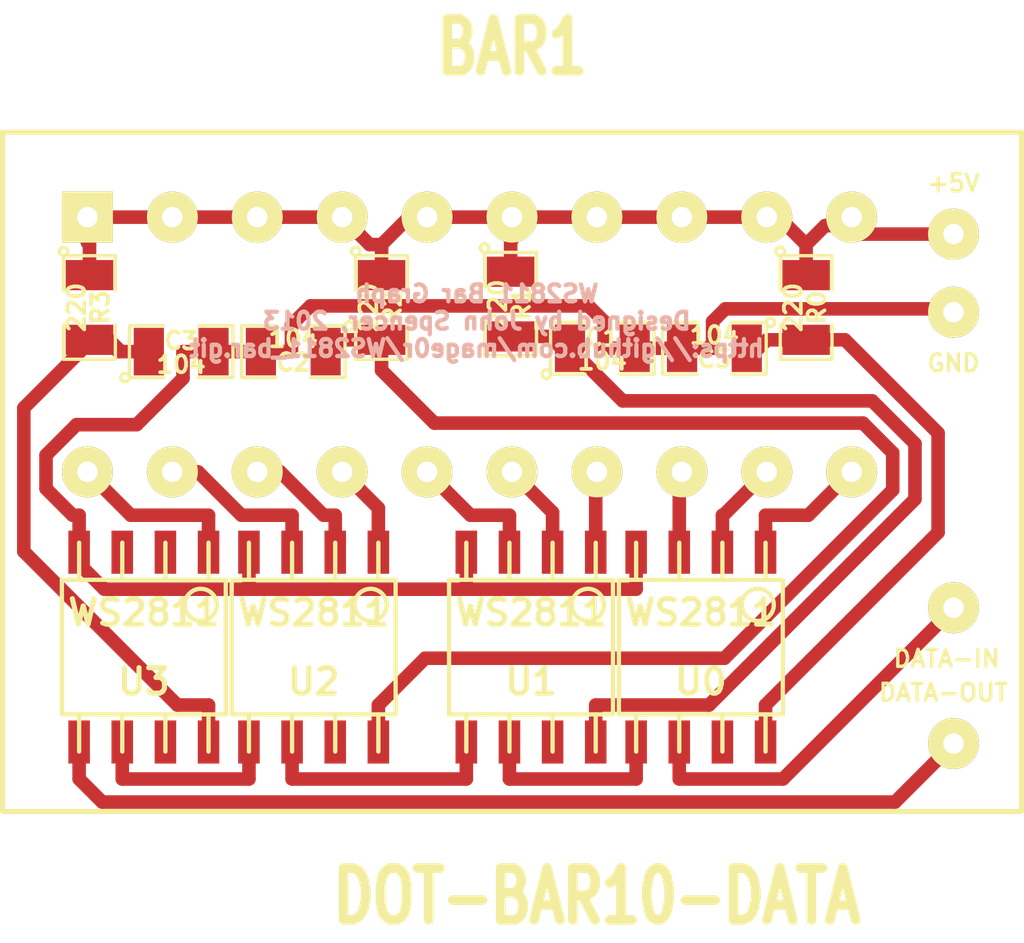
<source format=kicad_pcb>
(kicad_pcb (version 3) (host pcbnew "(2013-07-07 BZR 4022)-stable")

  (general
    (links 45)
    (no_connects 0)
    (area 83.810999 39.6716 114.469001 66.998875)
    (thickness 1.6)
    (drawings 1)
    (tracks 145)
    (zones 0)
    (modules 13)
    (nets 22)
  )

  (page A4)
  (title_block 
    (title "10 Pin Bar graph")
    (rev 1.0)
    (company "John Spencer")
  )

  (layers
    (15 F.Cu signal)
    (0 B.Cu signal)
    (16 B.Adhes user)
    (17 F.Adhes user)
    (18 B.Paste user)
    (19 F.Paste user)
    (20 B.SilkS user)
    (21 F.SilkS user)
    (22 B.Mask user)
    (23 F.Mask user)
    (24 Dwgs.User user)
    (25 Cmts.User user)
    (26 Eco1.User user)
    (27 Eco2.User user)
    (28 Edge.Cuts user)
  )

  (setup
    (last_trace_width 0.4)
    (trace_clearance 0.254)
    (zone_clearance 0.508)
    (zone_45_only no)
    (trace_min 0.254)
    (segment_width 0.2)
    (edge_width 0.1)
    (via_size 0.889)
    (via_drill 0.635)
    (via_min_size 0.889)
    (via_min_drill 0.508)
    (uvia_size 0.508)
    (uvia_drill 0.127)
    (uvias_allowed no)
    (uvia_min_size 0.508)
    (uvia_min_drill 0.127)
    (pcb_text_width 0.3)
    (pcb_text_size 1.5 1.5)
    (mod_edge_width 0.15)
    (mod_text_size 1 1)
    (mod_text_width 0.15)
    (pad_size 1.5 1.5)
    (pad_drill 0.6)
    (pad_to_mask_clearance 0)
    (aux_axis_origin 83.8 63.7)
    (visible_elements 7FFFFFFF)
    (pcbplotparams
      (layerselection 3178497)
      (usegerberextensions true)
      (excludeedgelayer true)
      (linewidth 0.150000)
      (plotframeref false)
      (viasonmask false)
      (mode 1)
      (useauxorigin false)
      (hpglpennumber 1)
      (hpglpenspeed 20)
      (hpglpendiameter 15)
      (hpglpenoverlay 2)
      (psnegative false)
      (psa4output false)
      (plotreference true)
      (plotvalue true)
      (plotothertext true)
      (plotinvisibletext false)
      (padsonsilk false)
      (subtractmaskfromsilk false)
      (outputformat 1)
      (mirror false)
      (drillshape 1)
      (scaleselection 1)
      (outputdirectory ""))
  )

  (net 0 "")
  (net 1 +5V)
  (net 2 GND)
  (net 3 N-000001)
  (net 4 N-0000010)
  (net 5 N-0000011)
  (net 6 N-0000012)
  (net 7 N-0000013)
  (net 8 N-0000014)
  (net 9 N-0000015)
  (net 10 N-0000017)
  (net 11 N-0000018)
  (net 12 N-0000020)
  (net 13 N-0000021)
  (net 14 N-0000022)
  (net 15 N-0000023)
  (net 16 N-0000025)
  (net 17 N-0000026)
  (net 18 N-000003)
  (net 19 N-000004)
  (net 20 N-000005)
  (net 21 N-000006)

  (net_class Default "This is the default net class."
    (clearance 0.254)
    (trace_width 0.4)
    (via_dia 0.889)
    (via_drill 0.635)
    (uvia_dia 0.508)
    (uvia_drill 0.127)
    (add_net "")
    (add_net +5V)
    (add_net GND)
    (add_net N-000001)
    (add_net N-0000010)
    (add_net N-0000011)
    (add_net N-0000012)
    (add_net N-0000013)
    (add_net N-0000014)
    (add_net N-0000015)
    (add_net N-0000017)
    (add_net N-0000018)
    (add_net N-0000020)
    (add_net N-0000021)
    (add_net N-0000022)
    (add_net N-0000023)
    (add_net N-0000025)
    (add_net N-0000026)
    (add_net N-000003)
    (add_net N-000004)
    (add_net N-000005)
    (add_net N-000006)
  )

  (module so-8 (layer F.Cu) (tedit 48A6C16E) (tstamp 52AD786E)
    (at 104.7 58.5 180)
    (descr SO-8)
    (path /52AD57E2)
    (attr smd)
    (fp_text reference U0 (at 0 -1.016 180) (layer F.SilkS)
      (effects (font (size 0.7493 0.7493) (thickness 0.14986)))
    )
    (fp_text value WS2811 (at 0 1.016 180) (layer F.SilkS)
      (effects (font (size 0.7493 0.7493) (thickness 0.14986)))
    )
    (fp_line (start -2.413 -1.9812) (end -2.413 1.9812) (layer F.SilkS) (width 0.127))
    (fp_line (start -2.413 1.9812) (end 2.413 1.9812) (layer F.SilkS) (width 0.127))
    (fp_line (start 2.413 1.9812) (end 2.413 -1.9812) (layer F.SilkS) (width 0.127))
    (fp_line (start 2.413 -1.9812) (end -2.413 -1.9812) (layer F.SilkS) (width 0.127))
    (fp_line (start -1.905 -1.9812) (end -1.905 -3.0734) (layer F.SilkS) (width 0.127))
    (fp_line (start -0.635 -1.9812) (end -0.635 -3.0734) (layer F.SilkS) (width 0.127))
    (fp_line (start 0.635 -1.9812) (end 0.635 -3.0734) (layer F.SilkS) (width 0.127))
    (fp_line (start 1.905 -3.0734) (end 1.905 -1.9812) (layer F.SilkS) (width 0.127))
    (fp_line (start 1.905 1.9812) (end 1.905 3.0734) (layer F.SilkS) (width 0.127))
    (fp_line (start 0.635 3.0734) (end 0.635 1.9812) (layer F.SilkS) (width 0.127))
    (fp_line (start -0.635 3.0734) (end -0.635 1.9812) (layer F.SilkS) (width 0.127))
    (fp_line (start -1.905 3.0734) (end -1.905 1.9812) (layer F.SilkS) (width 0.127))
    (fp_circle (center -1.6764 1.2446) (end -1.9558 1.6256) (layer F.SilkS) (width 0.127))
    (pad 1 smd rect (at -1.905 2.794 180) (size 0.635 1.27)
      (layers F.Cu F.Paste F.Mask)
      (net 13 N-0000021)
    )
    (pad 2 smd rect (at -0.635 2.794 180) (size 0.635 1.27)
      (layers F.Cu F.Paste F.Mask)
      (net 14 N-0000022)
    )
    (pad 3 smd rect (at 0.635 2.794 180) (size 0.635 1.27)
      (layers F.Cu F.Paste F.Mask)
      (net 15 N-0000023)
    )
    (pad 4 smd rect (at 1.905 2.794 180) (size 0.635 1.27)
      (layers F.Cu F.Paste F.Mask)
      (net 2 GND)
    )
    (pad 5 smd rect (at 1.905 -2.794 180) (size 0.635 1.27)
      (layers F.Cu F.Paste F.Mask)
      (net 18 N-000003)
    )
    (pad 6 smd rect (at 0.635 -2.794 180) (size 0.635 1.27)
      (layers F.Cu F.Paste F.Mask)
      (net 6 N-0000012)
    )
    (pad 7 smd rect (at -0.635 -2.794 180) (size 0.635 1.27)
      (layers F.Cu F.Paste F.Mask)
    )
    (pad 8 smd rect (at -1.905 -2.794 180) (size 0.635 1.27)
      (layers F.Cu F.Paste F.Mask)
      (net 16 N-0000025)
    )
    (model smd/smd_dil/so-8.wrl
      (at (xyz 0 0 0))
      (scale (xyz 1 1 1))
      (rotate (xyz 0 0 0))
    )
  )

  (module so-8 (layer F.Cu) (tedit 48A6C16E) (tstamp 52AD7887)
    (at 99.7 58.5 180)
    (descr SO-8)
    (path /52AD6818)
    (attr smd)
    (fp_text reference U1 (at 0 -1.016 180) (layer F.SilkS)
      (effects (font (size 0.7493 0.7493) (thickness 0.14986)))
    )
    (fp_text value WS2811 (at 0 1.016 180) (layer F.SilkS)
      (effects (font (size 0.7493 0.7493) (thickness 0.14986)))
    )
    (fp_line (start -2.413 -1.9812) (end -2.413 1.9812) (layer F.SilkS) (width 0.127))
    (fp_line (start -2.413 1.9812) (end 2.413 1.9812) (layer F.SilkS) (width 0.127))
    (fp_line (start 2.413 1.9812) (end 2.413 -1.9812) (layer F.SilkS) (width 0.127))
    (fp_line (start 2.413 -1.9812) (end -2.413 -1.9812) (layer F.SilkS) (width 0.127))
    (fp_line (start -1.905 -1.9812) (end -1.905 -3.0734) (layer F.SilkS) (width 0.127))
    (fp_line (start -0.635 -1.9812) (end -0.635 -3.0734) (layer F.SilkS) (width 0.127))
    (fp_line (start 0.635 -1.9812) (end 0.635 -3.0734) (layer F.SilkS) (width 0.127))
    (fp_line (start 1.905 -3.0734) (end 1.905 -1.9812) (layer F.SilkS) (width 0.127))
    (fp_line (start 1.905 1.9812) (end 1.905 3.0734) (layer F.SilkS) (width 0.127))
    (fp_line (start 0.635 3.0734) (end 0.635 1.9812) (layer F.SilkS) (width 0.127))
    (fp_line (start -0.635 3.0734) (end -0.635 1.9812) (layer F.SilkS) (width 0.127))
    (fp_line (start -1.905 3.0734) (end -1.905 1.9812) (layer F.SilkS) (width 0.127))
    (fp_circle (center -1.6764 1.2446) (end -1.9558 1.6256) (layer F.SilkS) (width 0.127))
    (pad 1 smd rect (at -1.905 2.794 180) (size 0.635 1.27)
      (layers F.Cu F.Paste F.Mask)
      (net 10 N-0000017)
    )
    (pad 2 smd rect (at -0.635 2.794 180) (size 0.635 1.27)
      (layers F.Cu F.Paste F.Mask)
      (net 17 N-0000026)
    )
    (pad 3 smd rect (at 0.635 2.794 180) (size 0.635 1.27)
      (layers F.Cu F.Paste F.Mask)
      (net 11 N-0000018)
    )
    (pad 4 smd rect (at 1.905 2.794 180) (size 0.635 1.27)
      (layers F.Cu F.Paste F.Mask)
      (net 2 GND)
    )
    (pad 5 smd rect (at 1.905 -2.794 180) (size 0.635 1.27)
      (layers F.Cu F.Paste F.Mask)
      (net 19 N-000004)
    )
    (pad 6 smd rect (at 0.635 -2.794 180) (size 0.635 1.27)
      (layers F.Cu F.Paste F.Mask)
      (net 18 N-000003)
    )
    (pad 7 smd rect (at -0.635 -2.794 180) (size 0.635 1.27)
      (layers F.Cu F.Paste F.Mask)
    )
    (pad 8 smd rect (at -1.905 -2.794 180) (size 0.635 1.27)
      (layers F.Cu F.Paste F.Mask)
      (net 12 N-0000020)
    )
    (model smd/smd_dil/so-8.wrl
      (at (xyz 0 0 0))
      (scale (xyz 1 1 1))
      (rotate (xyz 0 0 0))
    )
  )

  (module so-8 (layer F.Cu) (tedit 52AD79F3) (tstamp 52AD78A0)
    (at 93.3 58.5 180)
    (descr SO-8)
    (path /52AD6ADC)
    (attr smd)
    (fp_text reference U2 (at 0 -1.016 180) (layer F.SilkS)
      (effects (font (size 0.7493 0.7493) (thickness 0.14986)))
    )
    (fp_text value WS2811 (at 0 1.016 180) (layer F.SilkS)
      (effects (font (size 0.7493 0.7493) (thickness 0.14986)))
    )
    (fp_line (start -2.413 -1.9812) (end -2.413 1.9812) (layer F.SilkS) (width 0.127))
    (fp_line (start -2.413 1.9812) (end 2.413 1.9812) (layer F.SilkS) (width 0.127))
    (fp_line (start 2.413 1.9812) (end 2.413 -1.9812) (layer F.SilkS) (width 0.127))
    (fp_line (start 2.413 -1.9812) (end -2.413 -1.9812) (layer F.SilkS) (width 0.127))
    (fp_line (start -1.905 -1.9812) (end -1.905 -3.0734) (layer F.SilkS) (width 0.127))
    (fp_line (start -0.635 -1.9812) (end -0.635 -3.0734) (layer F.SilkS) (width 0.127))
    (fp_line (start 0.635 -1.9812) (end 0.635 -3.0734) (layer F.SilkS) (width 0.127))
    (fp_line (start 1.905 -3.0734) (end 1.905 -1.9812) (layer F.SilkS) (width 0.127))
    (fp_line (start 1.905 1.9812) (end 1.905 3.0734) (layer F.SilkS) (width 0.127))
    (fp_line (start 0.635 3.0734) (end 0.635 1.9812) (layer F.SilkS) (width 0.127))
    (fp_line (start -0.635 3.0734) (end -0.635 1.9812) (layer F.SilkS) (width 0.127))
    (fp_line (start -1.905 3.0734) (end -1.905 1.9812) (layer F.SilkS) (width 0.127))
    (fp_circle (center -1.6764 1.2446) (end -1.9558 1.6256) (layer F.SilkS) (width 0.127))
    (pad 1 smd rect (at -1.905 2.794 180) (size 0.635 1.27)
      (layers F.Cu F.Paste F.Mask)
      (net 8 N-0000014)
    )
    (pad 2 smd rect (at -0.635 2.794 180) (size 0.635 1.27)
      (layers F.Cu F.Paste F.Mask)
      (net 5 N-0000011)
    )
    (pad 3 smd rect (at 0.635 2.794 180) (size 0.635 1.27)
      (layers F.Cu F.Paste F.Mask)
      (net 7 N-0000013)
    )
    (pad 4 smd rect (at 1.905 2.794 180) (size 0.635 1.27)
      (layers F.Cu F.Paste F.Mask)
      (net 2 GND)
    )
    (pad 5 smd rect (at 1.905 -2.794 180) (size 0.635 1.27)
      (layers F.Cu F.Paste F.Mask)
      (net 20 N-000005)
    )
    (pad 6 smd rect (at 0.635 -2.794 180) (size 0.635 1.27)
      (layers F.Cu F.Paste F.Mask)
      (net 19 N-000004)
    )
    (pad 7 smd rect (at -0.635 -2.794 180) (size 0.635 1.27)
      (layers F.Cu F.Paste F.Mask)
    )
    (pad 8 smd rect (at -1.905 -2.794 180) (size 0.635 1.27)
      (layers F.Cu F.Paste F.Mask)
      (net 21 N-000006)
    )
    (model smd/smd_dil/so-8.wrl
      (at (xyz 0 0 0))
      (scale (xyz 1 1 1))
      (rotate (xyz 0 0 0))
    )
  )

  (module so-8 (layer F.Cu) (tedit 52AD7A0D) (tstamp 52AD78B9)
    (at 88.3 58.5 180)
    (descr SO-8)
    (path /52AD6C42)
    (attr smd)
    (fp_text reference U3 (at 0 -1.016 180) (layer F.SilkS)
      (effects (font (size 0.7493 0.7493) (thickness 0.14986)))
    )
    (fp_text value WS2811 (at 0 1.016 180) (layer F.SilkS)
      (effects (font (size 0.7493 0.7493) (thickness 0.14986)))
    )
    (fp_line (start -2.413 -1.9812) (end -2.413 1.9812) (layer F.SilkS) (width 0.127))
    (fp_line (start -2.413 1.9812) (end 2.413 1.9812) (layer F.SilkS) (width 0.127))
    (fp_line (start 2.413 1.9812) (end 2.413 -1.9812) (layer F.SilkS) (width 0.127))
    (fp_line (start 2.413 -1.9812) (end -2.413 -1.9812) (layer F.SilkS) (width 0.127))
    (fp_line (start -1.905 -1.9812) (end -1.905 -3.0734) (layer F.SilkS) (width 0.127))
    (fp_line (start -0.635 -1.9812) (end -0.635 -3.0734) (layer F.SilkS) (width 0.127))
    (fp_line (start 0.635 -1.9812) (end 0.635 -3.0734) (layer F.SilkS) (width 0.127))
    (fp_line (start 1.905 -3.0734) (end 1.905 -1.9812) (layer F.SilkS) (width 0.127))
    (fp_line (start 1.905 1.9812) (end 1.905 3.0734) (layer F.SilkS) (width 0.127))
    (fp_line (start 0.635 3.0734) (end 0.635 1.9812) (layer F.SilkS) (width 0.127))
    (fp_line (start -0.635 3.0734) (end -0.635 1.9812) (layer F.SilkS) (width 0.127))
    (fp_line (start -1.905 3.0734) (end -1.905 1.9812) (layer F.SilkS) (width 0.127))
    (fp_circle (center -1.6764 1.2446) (end -1.9558 1.6256) (layer F.SilkS) (width 0.127))
    (pad 1 smd rect (at -1.905 2.794 180) (size 0.635 1.27)
      (layers F.Cu F.Paste F.Mask)
      (net 9 N-0000015)
    )
    (pad 2 smd rect (at -0.635 2.794 180) (size 0.635 1.27)
      (layers F.Cu F.Paste F.Mask)
    )
    (pad 3 smd rect (at 0.635 2.794 180) (size 0.635 1.27)
      (layers F.Cu F.Paste F.Mask)
    )
    (pad 4 smd rect (at 1.905 2.794 180) (size 0.635 1.27)
      (layers F.Cu F.Paste F.Mask)
      (net 2 GND)
    )
    (pad 5 smd rect (at 1.905 -2.794 180) (size 0.635 1.27)
      (layers F.Cu F.Paste F.Mask)
      (net 4 N-0000010)
    )
    (pad 6 smd rect (at 0.635 -2.794 180) (size 0.635 1.27)
      (layers F.Cu F.Paste F.Mask)
      (net 20 N-000005)
    )
    (pad 7 smd rect (at -0.635 -2.794 180) (size 0.635 1.27)
      (layers F.Cu F.Paste F.Mask)
    )
    (pad 8 smd rect (at -1.905 -2.794 180) (size 0.635 1.27)
      (layers F.Cu F.Paste F.Mask)
      (net 3 N-000001)
    )
    (model smd/smd_dil/so-8.wrl
      (at (xyz 0 0 0))
      (scale (xyz 1 1 1))
      (rotate (xyz 0 0 0))
    )
  )

  (module SM0805 (layer F.Cu) (tedit 5091495C) (tstamp 52AD78DF)
    (at 107.8 48.5 270)
    (path /52AD6319)
    (attr smd)
    (fp_text reference R0 (at 0 -0.3175 270) (layer F.SilkS)
      (effects (font (size 0.50038 0.50038) (thickness 0.10922)))
    )
    (fp_text value 220 (at 0 0.381 270) (layer F.SilkS)
      (effects (font (size 0.50038 0.50038) (thickness 0.10922)))
    )
    (fp_circle (center -1.651 0.762) (end -1.651 0.635) (layer F.SilkS) (width 0.09906))
    (fp_line (start -0.508 0.762) (end -1.524 0.762) (layer F.SilkS) (width 0.09906))
    (fp_line (start -1.524 0.762) (end -1.524 -0.762) (layer F.SilkS) (width 0.09906))
    (fp_line (start -1.524 -0.762) (end -0.508 -0.762) (layer F.SilkS) (width 0.09906))
    (fp_line (start 0.508 -0.762) (end 1.524 -0.762) (layer F.SilkS) (width 0.09906))
    (fp_line (start 1.524 -0.762) (end 1.524 0.762) (layer F.SilkS) (width 0.09906))
    (fp_line (start 1.524 0.762) (end 0.508 0.762) (layer F.SilkS) (width 0.09906))
    (pad 1 smd rect (at -0.9525 0 270) (size 0.889 1.397)
      (layers F.Cu F.Paste F.Mask)
      (net 1 +5V)
    )
    (pad 2 smd rect (at 0.9525 0 270) (size 0.889 1.397)
      (layers F.Cu F.Paste F.Mask)
      (net 16 N-0000025)
    )
    (model smd/chip_cms.wrl
      (at (xyz 0 0 0))
      (scale (xyz 0.1 0.1 0.1))
      (rotate (xyz 0 0 0))
    )
  )

  (module SM0805 (layer F.Cu) (tedit 5091495C) (tstamp 52AD78EC)
    (at 105.1 49.7 180)
    (path /52AD6742)
    (attr smd)
    (fp_text reference C5 (at 0 -0.3175 180) (layer F.SilkS)
      (effects (font (size 0.50038 0.50038) (thickness 0.10922)))
    )
    (fp_text value 104 (at 0 0.381 180) (layer F.SilkS)
      (effects (font (size 0.50038 0.50038) (thickness 0.10922)))
    )
    (fp_circle (center -1.651 0.762) (end -1.651 0.635) (layer F.SilkS) (width 0.09906))
    (fp_line (start -0.508 0.762) (end -1.524 0.762) (layer F.SilkS) (width 0.09906))
    (fp_line (start -1.524 0.762) (end -1.524 -0.762) (layer F.SilkS) (width 0.09906))
    (fp_line (start -1.524 -0.762) (end -0.508 -0.762) (layer F.SilkS) (width 0.09906))
    (fp_line (start 0.508 -0.762) (end 1.524 -0.762) (layer F.SilkS) (width 0.09906))
    (fp_line (start 1.524 -0.762) (end 1.524 0.762) (layer F.SilkS) (width 0.09906))
    (fp_line (start 1.524 0.762) (end 0.508 0.762) (layer F.SilkS) (width 0.09906))
    (pad 1 smd rect (at -0.9525 0 180) (size 0.889 1.397)
      (layers F.Cu F.Paste F.Mask)
      (net 16 N-0000025)
    )
    (pad 2 smd rect (at 0.9525 0 180) (size 0.889 1.397)
      (layers F.Cu F.Paste F.Mask)
      (net 2 GND)
    )
    (model smd/chip_cms.wrl
      (at (xyz 0 0 0))
      (scale (xyz 0.1 0.1 0.1))
      (rotate (xyz 0 0 0))
    )
  )

  (module SM0805 (layer F.Cu) (tedit 5091495C) (tstamp 52AD78F9)
    (at 99.1 48.4 270)
    (path /52AD681E)
    (attr smd)
    (fp_text reference R1 (at 0 -0.3175 270) (layer F.SilkS)
      (effects (font (size 0.50038 0.50038) (thickness 0.10922)))
    )
    (fp_text value 220 (at 0 0.381 270) (layer F.SilkS)
      (effects (font (size 0.50038 0.50038) (thickness 0.10922)))
    )
    (fp_circle (center -1.651 0.762) (end -1.651 0.635) (layer F.SilkS) (width 0.09906))
    (fp_line (start -0.508 0.762) (end -1.524 0.762) (layer F.SilkS) (width 0.09906))
    (fp_line (start -1.524 0.762) (end -1.524 -0.762) (layer F.SilkS) (width 0.09906))
    (fp_line (start -1.524 -0.762) (end -0.508 -0.762) (layer F.SilkS) (width 0.09906))
    (fp_line (start 0.508 -0.762) (end 1.524 -0.762) (layer F.SilkS) (width 0.09906))
    (fp_line (start 1.524 -0.762) (end 1.524 0.762) (layer F.SilkS) (width 0.09906))
    (fp_line (start 1.524 0.762) (end 0.508 0.762) (layer F.SilkS) (width 0.09906))
    (pad 1 smd rect (at -0.9525 0 270) (size 0.889 1.397)
      (layers F.Cu F.Paste F.Mask)
      (net 1 +5V)
    )
    (pad 2 smd rect (at 0.9525 0 270) (size 0.889 1.397)
      (layers F.Cu F.Paste F.Mask)
      (net 12 N-0000020)
    )
    (model smd/chip_cms.wrl
      (at (xyz 0 0 0))
      (scale (xyz 0.1 0.1 0.1))
      (rotate (xyz 0 0 0))
    )
  )

  (module SM0805 (layer F.Cu) (tedit 5091495C) (tstamp 52AD7906)
    (at 101.8 49.7)
    (path /52AD6824)
    (attr smd)
    (fp_text reference C1 (at 0 -0.3175) (layer F.SilkS)
      (effects (font (size 0.50038 0.50038) (thickness 0.10922)))
    )
    (fp_text value 104 (at 0 0.381) (layer F.SilkS)
      (effects (font (size 0.50038 0.50038) (thickness 0.10922)))
    )
    (fp_circle (center -1.651 0.762) (end -1.651 0.635) (layer F.SilkS) (width 0.09906))
    (fp_line (start -0.508 0.762) (end -1.524 0.762) (layer F.SilkS) (width 0.09906))
    (fp_line (start -1.524 0.762) (end -1.524 -0.762) (layer F.SilkS) (width 0.09906))
    (fp_line (start -1.524 -0.762) (end -0.508 -0.762) (layer F.SilkS) (width 0.09906))
    (fp_line (start 0.508 -0.762) (end 1.524 -0.762) (layer F.SilkS) (width 0.09906))
    (fp_line (start 1.524 -0.762) (end 1.524 0.762) (layer F.SilkS) (width 0.09906))
    (fp_line (start 1.524 0.762) (end 0.508 0.762) (layer F.SilkS) (width 0.09906))
    (pad 1 smd rect (at -0.9525 0) (size 0.889 1.397)
      (layers F.Cu F.Paste F.Mask)
      (net 12 N-0000020)
    )
    (pad 2 smd rect (at 0.9525 0) (size 0.889 1.397)
      (layers F.Cu F.Paste F.Mask)
      (net 2 GND)
    )
    (model smd/chip_cms.wrl
      (at (xyz 0 0 0))
      (scale (xyz 0.1 0.1 0.1))
      (rotate (xyz 0 0 0))
    )
  )

  (module SM0805 (layer F.Cu) (tedit 5091495C) (tstamp 52AD7913)
    (at 95.3 48.5 270)
    (path /52AD6AE2)
    (attr smd)
    (fp_text reference R2 (at 0 -0.3175 270) (layer F.SilkS)
      (effects (font (size 0.50038 0.50038) (thickness 0.10922)))
    )
    (fp_text value 220 (at 0 0.381 270) (layer F.SilkS)
      (effects (font (size 0.50038 0.50038) (thickness 0.10922)))
    )
    (fp_circle (center -1.651 0.762) (end -1.651 0.635) (layer F.SilkS) (width 0.09906))
    (fp_line (start -0.508 0.762) (end -1.524 0.762) (layer F.SilkS) (width 0.09906))
    (fp_line (start -1.524 0.762) (end -1.524 -0.762) (layer F.SilkS) (width 0.09906))
    (fp_line (start -1.524 -0.762) (end -0.508 -0.762) (layer F.SilkS) (width 0.09906))
    (fp_line (start 0.508 -0.762) (end 1.524 -0.762) (layer F.SilkS) (width 0.09906))
    (fp_line (start 1.524 -0.762) (end 1.524 0.762) (layer F.SilkS) (width 0.09906))
    (fp_line (start 1.524 0.762) (end 0.508 0.762) (layer F.SilkS) (width 0.09906))
    (pad 1 smd rect (at -0.9525 0 270) (size 0.889 1.397)
      (layers F.Cu F.Paste F.Mask)
      (net 1 +5V)
    )
    (pad 2 smd rect (at 0.9525 0 270) (size 0.889 1.397)
      (layers F.Cu F.Paste F.Mask)
      (net 21 N-000006)
    )
    (model smd/chip_cms.wrl
      (at (xyz 0 0 0))
      (scale (xyz 0.1 0.1 0.1))
      (rotate (xyz 0 0 0))
    )
  )

  (module SM0805 (layer F.Cu) (tedit 5091495C) (tstamp 52AD7920)
    (at 92.7 49.8 180)
    (path /52AD6AE8)
    (attr smd)
    (fp_text reference C2 (at 0 -0.3175 180) (layer F.SilkS)
      (effects (font (size 0.50038 0.50038) (thickness 0.10922)))
    )
    (fp_text value 104 (at 0 0.381 180) (layer F.SilkS)
      (effects (font (size 0.50038 0.50038) (thickness 0.10922)))
    )
    (fp_circle (center -1.651 0.762) (end -1.651 0.635) (layer F.SilkS) (width 0.09906))
    (fp_line (start -0.508 0.762) (end -1.524 0.762) (layer F.SilkS) (width 0.09906))
    (fp_line (start -1.524 0.762) (end -1.524 -0.762) (layer F.SilkS) (width 0.09906))
    (fp_line (start -1.524 -0.762) (end -0.508 -0.762) (layer F.SilkS) (width 0.09906))
    (fp_line (start 0.508 -0.762) (end 1.524 -0.762) (layer F.SilkS) (width 0.09906))
    (fp_line (start 1.524 -0.762) (end 1.524 0.762) (layer F.SilkS) (width 0.09906))
    (fp_line (start 1.524 0.762) (end 0.508 0.762) (layer F.SilkS) (width 0.09906))
    (pad 1 smd rect (at -0.9525 0 180) (size 0.889 1.397)
      (layers F.Cu F.Paste F.Mask)
      (net 21 N-000006)
    )
    (pad 2 smd rect (at 0.9525 0 180) (size 0.889 1.397)
      (layers F.Cu F.Paste F.Mask)
      (net 2 GND)
    )
    (model smd/chip_cms.wrl
      (at (xyz 0 0 0))
      (scale (xyz 0.1 0.1 0.1))
      (rotate (xyz 0 0 0))
    )
  )

  (module SM0805 (layer F.Cu) (tedit 5091495C) (tstamp 52AD792D)
    (at 86.7 48.5 270)
    (path /52AD6C48)
    (attr smd)
    (fp_text reference R3 (at 0 -0.3175 270) (layer F.SilkS)
      (effects (font (size 0.50038 0.50038) (thickness 0.10922)))
    )
    (fp_text value 220 (at 0 0.381 270) (layer F.SilkS)
      (effects (font (size 0.50038 0.50038) (thickness 0.10922)))
    )
    (fp_circle (center -1.651 0.762) (end -1.651 0.635) (layer F.SilkS) (width 0.09906))
    (fp_line (start -0.508 0.762) (end -1.524 0.762) (layer F.SilkS) (width 0.09906))
    (fp_line (start -1.524 0.762) (end -1.524 -0.762) (layer F.SilkS) (width 0.09906))
    (fp_line (start -1.524 -0.762) (end -0.508 -0.762) (layer F.SilkS) (width 0.09906))
    (fp_line (start 0.508 -0.762) (end 1.524 -0.762) (layer F.SilkS) (width 0.09906))
    (fp_line (start 1.524 -0.762) (end 1.524 0.762) (layer F.SilkS) (width 0.09906))
    (fp_line (start 1.524 0.762) (end 0.508 0.762) (layer F.SilkS) (width 0.09906))
    (pad 1 smd rect (at -0.9525 0 270) (size 0.889 1.397)
      (layers F.Cu F.Paste F.Mask)
      (net 1 +5V)
    )
    (pad 2 smd rect (at 0.9525 0 270) (size 0.889 1.397)
      (layers F.Cu F.Paste F.Mask)
      (net 3 N-000001)
    )
    (model smd/chip_cms.wrl
      (at (xyz 0 0 0))
      (scale (xyz 0.1 0.1 0.1))
      (rotate (xyz 0 0 0))
    )
  )

  (module SM0805 (layer F.Cu) (tedit 5091495C) (tstamp 52AD793A)
    (at 89.4 49.8)
    (path /52AD6C4E)
    (attr smd)
    (fp_text reference C3 (at 0 -0.3175) (layer F.SilkS)
      (effects (font (size 0.50038 0.50038) (thickness 0.10922)))
    )
    (fp_text value 104 (at 0 0.381) (layer F.SilkS)
      (effects (font (size 0.50038 0.50038) (thickness 0.10922)))
    )
    (fp_circle (center -1.651 0.762) (end -1.651 0.635) (layer F.SilkS) (width 0.09906))
    (fp_line (start -0.508 0.762) (end -1.524 0.762) (layer F.SilkS) (width 0.09906))
    (fp_line (start -1.524 0.762) (end -1.524 -0.762) (layer F.SilkS) (width 0.09906))
    (fp_line (start -1.524 -0.762) (end -0.508 -0.762) (layer F.SilkS) (width 0.09906))
    (fp_line (start 0.508 -0.762) (end 1.524 -0.762) (layer F.SilkS) (width 0.09906))
    (fp_line (start 1.524 -0.762) (end 1.524 0.762) (layer F.SilkS) (width 0.09906))
    (fp_line (start 1.524 0.762) (end 0.508 0.762) (layer F.SilkS) (width 0.09906))
    (pad 1 smd rect (at -0.9525 0) (size 0.889 1.397)
      (layers F.Cu F.Paste F.Mask)
      (net 3 N-000001)
    )
    (pad 2 smd rect (at 0.9525 0) (size 0.889 1.397)
      (layers F.Cu F.Paste F.Mask)
      (net 2 GND)
    )
    (model smd/chip_cms.wrl
      (at (xyz 0 0 0))
      (scale (xyz 0.1 0.1 0.1))
      (rotate (xyz 0 0 0))
    )
  )

  (module 10_PIN_BAR   locked (layer F.Cu) (tedit 52CFE7E2) (tstamp 52AD797E)
    (at 104.14 53.34)
    (descr "14 pins DIL package, round pads")
    (tags DIL)
    (path /52ADA413)
    (fp_text reference BAR1 (at -5 -12.5) (layer F.SilkS)
      (effects (font (size 1.524 1.143) (thickness 0.3048)))
    )
    (fp_text value DOT-BAR10-DATA (at -2.5 12.5) (layer F.SilkS)
      (effects (font (size 1.524 1.143) (thickness 0.28575)))
    )
    (fp_text user DATA-OUT (at 7.7 6.5) (layer F.SilkS)
      (effects (font (size 0.5 0.5) (thickness 0.1)))
    )
    (fp_text user DATA-IN (at 7.8 5.5) (layer F.SilkS)
      (effects (font (size 0.5 0.5) (thickness 0.1)))
    )
    (fp_text user GND (at 8 -3.2) (layer F.SilkS)
      (effects (font (size 0.5 0.5) (thickness 0.1)))
    )
    (fp_text user +5V (at 8 -8.5) (layer F.SilkS)
      (effects (font (size 0.5 0.5) (thickness 0.1)))
    )
    (fp_line (start 10 -10) (end -20 -10) (layer F.SilkS) (width 0.15))
    (fp_line (start -20 -10) (end -20 10) (layer F.SilkS) (width 0.15))
    (fp_line (start -20 10) (end 10 10) (layer F.SilkS) (width 0.15))
    (fp_line (start 10 -10) (end 10 10) (layer F.SilkS) (width 0.15))
    (fp_line (start -20 10) (end -20 -10) (layer F.SilkS) (width 0.15))
    (pad 11 thru_hole circle (at 5 0) (size 1.5 1.5) (drill 0.6)
      (layers *.Cu *.Mask F.SilkS)
      (net 13 N-0000021)
    )
    (pad 12 thru_hole circle (at 2.5 0) (size 1.5 1.5) (drill 0.6)
      (layers *.Cu *.Mask F.SilkS)
      (net 14 N-0000022)
    )
    (pad 13 thru_hole circle (at 0 0) (size 1.5 1.5) (drill 0.6)
      (layers *.Cu *.Mask F.SilkS)
      (net 15 N-0000023)
    )
    (pad 14 thru_hole circle (at -2.5 0) (size 1.5 1.5) (drill 0.6)
      (layers *.Cu *.Mask F.SilkS)
      (net 10 N-0000017)
    )
    (pad 15 thru_hole circle (at -5 0) (size 1.5 1.5) (drill 0.6)
      (layers *.Cu *.Mask F.SilkS)
      (net 17 N-0000026)
    )
    (pad 16 thru_hole circle (at -7.5 0) (size 1.5 1.5) (drill 0.6)
      (layers *.Cu *.Mask F.SilkS)
      (net 11 N-0000018)
    )
    (pad 17 thru_hole circle (at -10 0) (size 1.5 1.5) (drill 0.6)
      (layers *.Cu *.Mask F.SilkS)
      (net 8 N-0000014)
    )
    (pad 18 thru_hole circle (at -12.5 0) (size 1.5 1.5) (drill 0.6)
      (layers *.Cu *.Mask F.SilkS)
      (net 5 N-0000011)
    )
    (pad 19 thru_hole circle (at -15 0) (size 1.5 1.5) (drill 0.6)
      (layers *.Cu *.Mask F.SilkS)
      (net 7 N-0000013)
    )
    (pad 1 thru_hole rect (at -17.5 -7.5) (size 1.5 1.5) (drill 0.6)
      (layers *.Cu *.Mask F.SilkS)
      (net 1 +5V)
    )
    (pad 2 thru_hole circle (at -15 -7.5) (size 1.5 1.5) (drill 0.6)
      (layers *.Cu *.Mask F.SilkS)
      (net 1 +5V)
    )
    (pad 3 thru_hole circle (at -12.5 -7.5) (size 1.5 1.5) (drill 0.6)
      (layers *.Cu *.Mask F.SilkS)
      (net 1 +5V)
    )
    (pad 4 thru_hole circle (at -10 -7.5) (size 1.5 1.5) (drill 0.6)
      (layers *.Cu *.Mask F.SilkS)
      (net 1 +5V)
    )
    (pad 5 thru_hole circle (at -7.5 -7.5) (size 1.5 1.5) (drill 0.6)
      (layers *.Cu *.Mask F.SilkS)
      (net 1 +5V)
    )
    (pad 6 thru_hole circle (at -5 -7.5) (size 1.5 1.5) (drill 0.6)
      (layers *.Cu *.Mask F.SilkS)
      (net 1 +5V)
    )
    (pad 7 thru_hole circle (at -2.5 -7.5) (size 1.5 1.5) (drill 0.6)
      (layers *.Cu *.Mask F.SilkS)
      (net 1 +5V)
    )
    (pad 8 thru_hole circle (at 0 -7.5) (size 1.5 1.5) (drill 0.6)
      (layers *.Cu *.Mask F.SilkS)
      (net 1 +5V)
    )
    (pad 9 thru_hole circle (at 2.5 -7.5) (size 1.5 1.5) (drill 0.6)
      (layers *.Cu *.Mask F.SilkS)
      (net 1 +5V)
    )
    (pad 10 thru_hole circle (at 5 -7.5) (size 1.5 1.5) (drill 0.6)
      (layers *.Cu *.Mask F.SilkS)
      (net 1 +5V)
    )
    (pad 20 thru_hole circle (at -17.5 0) (size 1.5 1.5) (drill 0.6)
      (layers *.Cu *.Mask F.SilkS)
      (net 9 N-0000015)
    )
    (pad 21 thru_hole circle (at 8 -7) (size 1.5 1.5) (drill 0.6)
      (layers *.Cu *.Mask F.SilkS)
      (net 1 +5V)
    )
    (pad 22 thru_hole circle (at 8 -4.7) (size 1.5 1.5) (drill 0.6)
      (layers *.Cu *.Mask F.SilkS)
      (net 2 GND)
    )
    (pad 24 thru_hole circle (at 8 4) (size 1.5 1.5) (drill 0.6)
      (layers *.Cu *.Mask F.SilkS)
      (net 6 N-0000012)
    )
    (pad 23 thru_hole circle (at 8 8) (size 1.5 1.5) (drill 0.6)
      (layers *.Cu *.Mask F.SilkS)
      (net 4 N-0000010)
    )
    (model dil/dil_14.wrl
      (at (xyz 0 0 0))
      (scale (xyz 1 1 1))
      (rotate (xyz 0 0 0))
    )
  )

  (gr_text "WS2811 Bar Graph\nDesigned by John Spencer, 2013\nhttps://github.com/mage0r/WS2811_bar.git" (at 98.1 48.9) (layer B.SilkS)
    (effects (font (size 0.5 0.5) (thickness 0.125)) (justify mirror))
  )

  (segment (start 94.14 45.84) (end 91.64 45.84) (width 0.4) (layer F.Cu) (net 1))
  (segment (start 86.64 46.5887) (end 86.64 45.84) (width 0.4) (layer F.Cu) (net 1))
  (segment (start 86.7 46.6487) (end 86.64 46.5887) (width 0.4) (layer F.Cu) (net 1))
  (segment (start 86.7 47.5475) (end 86.7 46.6487) (width 0.4) (layer F.Cu) (net 1))
  (segment (start 99.1 47.4475) (end 99.1 46.5487) (width 0.4) (layer F.Cu) (net 1))
  (segment (start 101.64 45.84) (end 99.14 45.84) (width 0.4) (layer F.Cu) (net 1))
  (segment (start 99.14 46.5087) (end 99.1 46.5487) (width 0.4) (layer F.Cu) (net 1))
  (segment (start 99.14 45.84) (end 99.14 46.5087) (width 0.4) (layer F.Cu) (net 1))
  (segment (start 104.14 45.84) (end 101.64 45.84) (width 0.4) (layer F.Cu) (net 1))
  (segment (start 94.9487 46.6487) (end 94.14 45.84) (width 0.4) (layer F.Cu) (net 1))
  (segment (start 95.3 46.6487) (end 94.9487 46.6487) (width 0.4) (layer F.Cu) (net 1))
  (segment (start 95.3 47.5475) (end 95.3 46.6487) (width 0.4) (layer F.Cu) (net 1))
  (segment (start 99.14 45.84) (end 96.64 45.84) (width 0.4) (layer F.Cu) (net 1))
  (segment (start 96.1087 45.84) (end 95.3 46.6487) (width 0.4) (layer F.Cu) (net 1))
  (segment (start 96.64 45.84) (end 96.1087 45.84) (width 0.4) (layer F.Cu) (net 1))
  (segment (start 107.8 47.5475) (end 107.8 46.6487) (width 0.4) (layer F.Cu) (net 1))
  (segment (start 109.14 46.09) (end 109.14 45.84) (width 0.4) (layer F.Cu) (net 1))
  (segment (start 109.39 46.34) (end 109.14 46.09) (width 0.4) (layer F.Cu) (net 1))
  (segment (start 112.14 46.34) (end 109.39 46.34) (width 0.4) (layer F.Cu) (net 1))
  (segment (start 108.3587 46.09) (end 107.8 46.6487) (width 0.4) (layer F.Cu) (net 1))
  (segment (start 109.14 46.09) (end 108.3587 46.09) (width 0.4) (layer F.Cu) (net 1))
  (segment (start 104.14 45.84) (end 106.64 45.84) (width 0.4) (layer F.Cu) (net 1))
  (segment (start 106.9913 45.84) (end 107.8 46.6487) (width 0.4) (layer F.Cu) (net 1))
  (segment (start 106.64 45.84) (end 106.9913 45.84) (width 0.4) (layer F.Cu) (net 1))
  (segment (start 91.64 45.84) (end 89.14 45.84) (width 0.4) (layer F.Cu) (net 1))
  (segment (start 89.14 45.84) (end 86.64 45.84) (width 0.4) (layer F.Cu) (net 1))
  (segment (start 104.1475 49.7) (end 105.0463 49.7) (width 0.4) (layer F.Cu) (net 2))
  (segment (start 91.395 55.706) (end 91.395 56.7953) (width 0.4) (layer F.Cu) (net 2))
  (segment (start 105.0463 48.9135) (end 105.0463 49.7) (width 0.4) (layer F.Cu) (net 2))
  (segment (start 105.4192 48.5406) (end 105.0463 48.9135) (width 0.4) (layer F.Cu) (net 2))
  (segment (start 112.0406 48.5406) (end 105.4192 48.5406) (width 0.4) (layer F.Cu) (net 2))
  (segment (start 112.14 48.64) (end 112.0406 48.5406) (width 0.4) (layer F.Cu) (net 2))
  (segment (start 86.395 55.706) (end 86.395 54.6167) (width 0.4) (layer F.Cu) (net 2))
  (segment (start 90.3525 49.8) (end 91.7475 49.8) (width 0.4) (layer F.Cu) (net 2))
  (segment (start 86.202 54.6167) (end 86.395 54.6167) (width 0.4) (layer F.Cu) (net 2))
  (segment (start 85.4205 53.8352) (end 86.202 54.6167) (width 0.4) (layer F.Cu) (net 2))
  (segment (start 85.4205 52.8469) (end 85.4205 53.8352) (width 0.4) (layer F.Cu) (net 2))
  (segment (start 86.3169 51.9505) (end 85.4205 52.8469) (width 0.4) (layer F.Cu) (net 2))
  (segment (start 88.0896 51.9505) (end 86.3169 51.9505) (width 0.4) (layer F.Cu) (net 2))
  (segment (start 89.4537 50.5864) (end 88.0896 51.9505) (width 0.4) (layer F.Cu) (net 2))
  (segment (start 89.4537 49.8) (end 89.4537 50.5864) (width 0.4) (layer F.Cu) (net 2))
  (segment (start 90.3525 49.8) (end 89.4537 49.8) (width 0.4) (layer F.Cu) (net 2))
  (segment (start 91.7475 49.8) (end 92.6463 49.8) (width 0.4) (layer F.Cu) (net 2))
  (segment (start 104.1475 49.7) (end 102.7525 49.7) (width 0.4) (layer F.Cu) (net 2))
  (segment (start 92.6463 49.0135) (end 92.6463 49.8) (width 0.4) (layer F.Cu) (net 2))
  (segment (start 93.2062 48.4536) (end 92.6463 49.0135) (width 0.4) (layer F.Cu) (net 2))
  (segment (start 101.3937 48.4536) (end 93.2062 48.4536) (width 0.4) (layer F.Cu) (net 2))
  (segment (start 101.8537 48.9136) (end 101.3937 48.4536) (width 0.4) (layer F.Cu) (net 2))
  (segment (start 101.8537 49.7) (end 101.8537 48.9136) (width 0.4) (layer F.Cu) (net 2))
  (segment (start 102.7525 49.7) (end 101.8537 49.7) (width 0.4) (layer F.Cu) (net 2))
  (segment (start 87.1365 56.7953) (end 91.395 56.7953) (width 0.4) (layer F.Cu) (net 2))
  (segment (start 86.395 56.0538) (end 87.1365 56.7953) (width 0.4) (layer F.Cu) (net 2))
  (segment (start 86.395 55.706) (end 86.395 56.0538) (width 0.4) (layer F.Cu) (net 2))
  (segment (start 91.395 56.7953) (end 97.795 56.7953) (width 0.4) (layer F.Cu) (net 2))
  (segment (start 97.795 55.706) (end 97.795 56.6317) (width 0.4) (layer F.Cu) (net 2))
  (segment (start 97.795 56.6317) (end 97.795 56.7953) (width 0.4) (layer F.Cu) (net 2))
  (segment (start 97.795 56.7953) (end 102.795 56.7953) (width 0.4) (layer F.Cu) (net 2))
  (segment (start 102.795 55.706) (end 102.795 56.7953) (width 0.4) (layer F.Cu) (net 2))
  (segment (start 87.5487 49.7248) (end 87.2764 49.4525) (width 0.4) (layer F.Cu) (net 3))
  (segment (start 87.5487 49.8) (end 87.5487 49.7248) (width 0.4) (layer F.Cu) (net 3))
  (segment (start 88.4475 49.8) (end 87.5487 49.8) (width 0.4) (layer F.Cu) (net 3))
  (segment (start 86.7 49.4525) (end 86.7721 49.4525) (width 0.4) (layer F.Cu) (net 3))
  (segment (start 86.7721 49.4525) (end 87.2764 49.4525) (width 0.4) (layer F.Cu) (net 3))
  (segment (start 90.205 61.294) (end 90.205 60.2047) (width 0.4) (layer F.Cu) (net 3))
  (segment (start 89.2849 60.2047) (end 90.205 60.2047) (width 0.4) (layer F.Cu) (net 3))
  (segment (start 84.7661 55.6859) (end 89.2849 60.2047) (width 0.4) (layer F.Cu) (net 3))
  (segment (start 84.7661 51.4585) (end 84.7661 55.6859) (width 0.4) (layer F.Cu) (net 3))
  (segment (start 86.7721 49.4525) (end 84.7661 51.4585) (width 0.4) (layer F.Cu) (net 3))
  (segment (start 86.395 61.294) (end 86.395 62.3833) (width 0.4) (layer F.Cu) (net 4))
  (segment (start 110.4183 63.0617) (end 112.14 61.34) (width 0.4) (layer F.Cu) (net 4))
  (segment (start 87.0734 63.0617) (end 110.4183 63.0617) (width 0.4) (layer F.Cu) (net 4))
  (segment (start 86.395 62.3833) (end 87.0734 63.0617) (width 0.4) (layer F.Cu) (net 4))
  (segment (start 93.5905 54.6167) (end 93.935 54.6167) (width 0.4) (layer F.Cu) (net 5))
  (segment (start 92.3138 53.34) (end 93.5905 54.6167) (width 0.4) (layer F.Cu) (net 5))
  (segment (start 91.64 53.34) (end 92.3138 53.34) (width 0.4) (layer F.Cu) (net 5))
  (segment (start 93.935 55.706) (end 93.935 54.6167) (width 0.4) (layer F.Cu) (net 5))
  (segment (start 104.065 61.294) (end 104.065 62.3833) (width 0.4) (layer F.Cu) (net 6))
  (segment (start 112.14 57.3606) (end 112.14 57.34) (width 0.4) (layer F.Cu) (net 6))
  (segment (start 107.1173 62.3833) (end 112.14 57.3606) (width 0.4) (layer F.Cu) (net 6))
  (segment (start 104.065 62.3833) (end 107.1173 62.3833) (width 0.4) (layer F.Cu) (net 6))
  (segment (start 91.1719 54.6167) (end 92.665 54.6167) (width 0.4) (layer F.Cu) (net 7))
  (segment (start 89.8952 53.34) (end 91.1719 54.6167) (width 0.4) (layer F.Cu) (net 7))
  (segment (start 89.14 53.34) (end 89.8952 53.34) (width 0.4) (layer F.Cu) (net 7))
  (segment (start 92.665 55.706) (end 92.665 54.6167) (width 0.4) (layer F.Cu) (net 7))
  (segment (start 95.205 54.405) (end 95.205 55.706) (width 0.4) (layer F.Cu) (net 8))
  (segment (start 94.14 53.34) (end 95.205 54.405) (width 0.4) (layer F.Cu) (net 8))
  (segment (start 87.9167 54.6167) (end 90.205 54.6167) (width 0.4) (layer F.Cu) (net 9))
  (segment (start 86.64 53.34) (end 87.9167 54.6167) (width 0.4) (layer F.Cu) (net 9))
  (segment (start 90.205 55.706) (end 90.205 54.6167) (width 0.4) (layer F.Cu) (net 9))
  (segment (start 101.605 53.375) (end 101.605 55.706) (width 0.4) (layer F.Cu) (net 10))
  (segment (start 101.64 53.34) (end 101.605 53.375) (width 0.4) (layer F.Cu) (net 10))
  (segment (start 97.9167 54.6167) (end 99.065 54.6167) (width 0.4) (layer F.Cu) (net 11))
  (segment (start 96.64 53.34) (end 97.9167 54.6167) (width 0.4) (layer F.Cu) (net 11))
  (segment (start 99.065 55.706) (end 99.065 54.6167) (width 0.4) (layer F.Cu) (net 11))
  (segment (start 99.1 49.3525) (end 100.2528 49.3525) (width 0.4) (layer F.Cu) (net 12))
  (segment (start 100.6003 49.7) (end 100.2528 49.3525) (width 0.4) (layer F.Cu) (net 12))
  (segment (start 100.8475 49.7) (end 100.6003 49.7) (width 0.4) (layer F.Cu) (net 12))
  (segment (start 101.605 61.294) (end 101.605 60.2047) (width 0.4) (layer F.Cu) (net 12))
  (segment (start 104.9433 60.2047) (end 101.605 60.2047) (width 0.4) (layer F.Cu) (net 12))
  (segment (start 111.0046 54.1434) (end 104.9433 60.2047) (width 0.4) (layer F.Cu) (net 12))
  (segment (start 111.0046 52.5096) (end 111.0046 54.1434) (width 0.4) (layer F.Cu) (net 12))
  (segment (start 109.745 51.25) (end 111.0046 52.5096) (width 0.4) (layer F.Cu) (net 12))
  (segment (start 102.3975 51.25) (end 109.745 51.25) (width 0.4) (layer F.Cu) (net 12))
  (segment (start 100.8475 49.7) (end 102.3975 51.25) (width 0.4) (layer F.Cu) (net 12))
  (segment (start 107.8633 54.6167) (end 106.605 54.6167) (width 0.4) (layer F.Cu) (net 13))
  (segment (start 109.14 53.34) (end 107.8633 54.6167) (width 0.4) (layer F.Cu) (net 13))
  (segment (start 106.605 55.706) (end 106.605 54.6167) (width 0.4) (layer F.Cu) (net 13))
  (segment (start 105.3633 54.6167) (end 105.335 54.6167) (width 0.4) (layer F.Cu) (net 14))
  (segment (start 106.64 53.34) (end 105.3633 54.6167) (width 0.4) (layer F.Cu) (net 14))
  (segment (start 105.335 55.706) (end 105.335 54.6167) (width 0.4) (layer F.Cu) (net 14))
  (segment (start 104.065 53.415) (end 104.065 55.706) (width 0.4) (layer F.Cu) (net 15))
  (segment (start 104.14 53.34) (end 104.065 53.415) (width 0.4) (layer F.Cu) (net 15))
  (segment (start 106.605 61.294) (end 106.605 60.2047) (width 0.4) (layer F.Cu) (net 16))
  (segment (start 107.8 49.4525) (end 107.9588 49.4525) (width 0.4) (layer F.Cu) (net 16))
  (segment (start 108.9404 49.4525) (end 107.9588 49.4525) (width 0.4) (layer F.Cu) (net 16))
  (segment (start 111.6851 52.1972) (end 108.9404 49.4525) (width 0.4) (layer F.Cu) (net 16))
  (segment (start 111.6851 55.1246) (end 111.6851 52.1972) (width 0.4) (layer F.Cu) (net 16))
  (segment (start 106.605 60.2047) (end 111.6851 55.1246) (width 0.4) (layer F.Cu) (net 16))
  (segment (start 106.3997 49.7) (end 106.6472 49.4525) (width 0.4) (layer F.Cu) (net 16))
  (segment (start 106.0525 49.7) (end 106.3997 49.7) (width 0.4) (layer F.Cu) (net 16))
  (segment (start 107.8 49.4525) (end 106.6472 49.4525) (width 0.4) (layer F.Cu) (net 16))
  (segment (start 100.335 54.535) (end 100.335 55.706) (width 0.4) (layer F.Cu) (net 17))
  (segment (start 99.14 53.34) (end 100.335 54.535) (width 0.4) (layer F.Cu) (net 17))
  (segment (start 99.065 62.3833) (end 102.795 62.3833) (width 0.4) (layer F.Cu) (net 18))
  (segment (start 99.065 61.294) (end 99.065 62.3833) (width 0.4) (layer F.Cu) (net 18))
  (segment (start 102.795 61.294) (end 102.795 62.3833) (width 0.4) (layer F.Cu) (net 18))
  (segment (start 92.665 62.3833) (end 97.795 62.3833) (width 0.4) (layer F.Cu) (net 19))
  (segment (start 92.665 61.294) (end 92.665 62.3833) (width 0.4) (layer F.Cu) (net 19))
  (segment (start 97.795 61.294) (end 97.795 62.3833) (width 0.4) (layer F.Cu) (net 19))
  (segment (start 87.665 62.3833) (end 91.395 62.3833) (width 0.4) (layer F.Cu) (net 20))
  (segment (start 87.665 61.294) (end 87.665 62.3833) (width 0.4) (layer F.Cu) (net 20))
  (segment (start 91.395 61.294) (end 91.395 62.3833) (width 0.4) (layer F.Cu) (net 20))
  (segment (start 93.7997 49.8) (end 94.1472 49.4525) (width 0.4) (layer F.Cu) (net 21))
  (segment (start 93.6525 49.8) (end 93.7997 49.8) (width 0.4) (layer F.Cu) (net 21))
  (segment (start 95.1586 49.4525) (end 94.1472 49.4525) (width 0.4) (layer F.Cu) (net 21))
  (segment (start 95.205 61.294) (end 95.205 60.2047) (width 0.4) (layer F.Cu) (net 21))
  (segment (start 95.1586 49.4525) (end 95.3 49.4525) (width 0.4) (layer F.Cu) (net 21))
  (segment (start 96.5826 58.8271) (end 95.205 60.2047) (width 0.4) (layer F.Cu) (net 21))
  (segment (start 105.3954 58.8271) (end 96.5826 58.8271) (width 0.4) (layer F.Cu) (net 21))
  (segment (start 110.3502 53.8723) (end 105.3954 58.8271) (width 0.4) (layer F.Cu) (net 21))
  (segment (start 110.3502 52.7807) (end 110.3502 53.8723) (width 0.4) (layer F.Cu) (net 21))
  (segment (start 109.4739 51.9044) (end 110.3502 52.7807) (width 0.4) (layer F.Cu) (net 21))
  (segment (start 96.8531 51.9044) (end 109.4739 51.9044) (width 0.4) (layer F.Cu) (net 21))
  (segment (start 95.3 50.3513) (end 96.8531 51.9044) (width 0.4) (layer F.Cu) (net 21))
  (segment (start 95.3 49.4525) (end 95.3 50.3513) (width 0.4) (layer F.Cu) (net 21))

)

</source>
